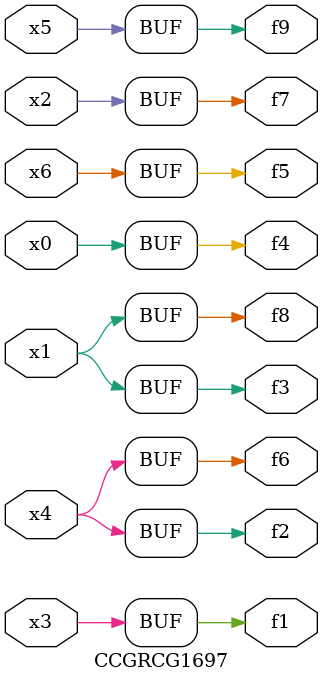
<source format=v>
module CCGRCG1697(
	input x0, x1, x2, x3, x4, x5, x6,
	output f1, f2, f3, f4, f5, f6, f7, f8, f9
);
	assign f1 = x3;
	assign f2 = x4;
	assign f3 = x1;
	assign f4 = x0;
	assign f5 = x6;
	assign f6 = x4;
	assign f7 = x2;
	assign f8 = x1;
	assign f9 = x5;
endmodule

</source>
